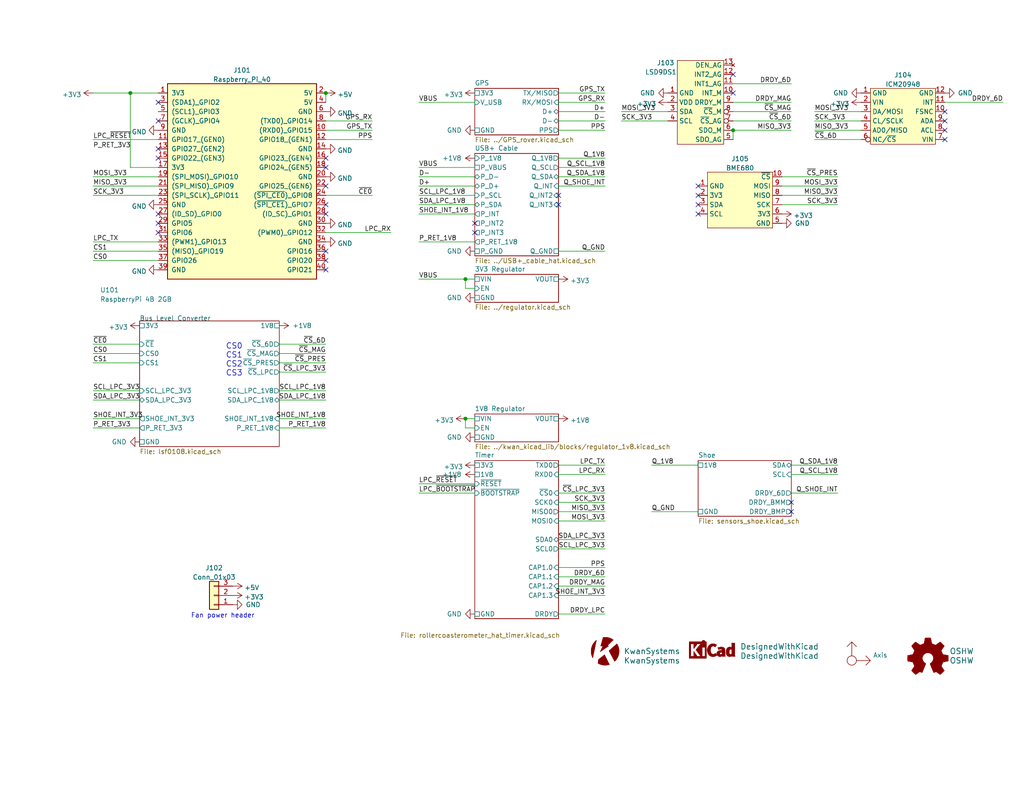
<source format=kicad_sch>
(kicad_sch (version 20211123) (generator eeschema)
  (paper "USLetter")
  (title_block (title "Rollercoasterometer") (date "2022-10-07") (company "Kwan Systems"))
  (lib_symbols
    (symbol "Connector_Generic:Conn_01x03" (pin_names (offset 1.016) hide)
      (property "Reference" "J" (at 0 5.08 0))
      (property "Value" "Conn_01x03" (at 0 -5.08 0))
      (symbol "Conn_01x03_1_1"
        (pin passive line (at -5.08 2.54 0) (length 3.81) (name "Pin_1") (number "1"))
        (pin passive line (at -5.08 0 0) (length 3.81) (name "Pin_2") (number "2"))
        (pin passive line (at -5.08 -2.54 0) (length 3.81) (name "Pin_3") (number "3"))
      )
    )
    (symbol "KwanSystems:Axis" (in_bom no)
      (property "Value" "Axis" (at 0 -2.54 0))
    )
    (symbol "KwanSystems:DesignedWithKicad" (pin_names (offset 1.016)) (in_bom no)
      (property "Value" "DesignedWithKicad" (at 3.81 -2.54 0))
    )
    (symbol "KwanSystems:KwanSystems" (pin_names (offset 1.016)) (in_bom no)
      (property "Value" "KwanSystems" (at 0 -5.08 0))
    )
    (symbol "KwanSystems:OSHW" (pin_names (offset 1.016)) (in_bom no)
      (property "Value" "OSHW" (at 10.16 1.27 0))
    )
    (symbol "KwanSystems:Raspberry_Pi_40" (pin_names (offset 1.016))
      (property "Reference" "J" (at 25.4 -27.94 0))
      (property "Value" "Raspberry_Pi_40" (at -12.7 33.02 0))
      (symbol "Raspberry_Pi_40_1_1"
        (pin power_out line (at -22.86 27.94 0) (length 2.54) (name "3V3") (number "1"))
        (pin bidirectional line (at 22.86 17.78 180) (length 2.54) (name "(RXD0)_GPIO15") (number "10"))
        (pin bidirectional line (at -22.86 15.24 0) (length 2.54) (name "GPIO17_(GEN0)") (number "11"))
        (pin bidirectional line (at 22.86 15.24 180) (length 2.54) (name "GPIO18_(GEN1)") (number "12"))
        (pin bidirectional line (at -22.86 12.7 0) (length 2.54) (name "GPIO27_(GEN2)") (number "13"))
        (pin passive line (at 22.86 12.7 180) (length 2.54) (name "GND") (number "14"))
        (pin bidirectional line (at -22.86 10.16 0) (length 2.54) (name "GPIO22_(GEN3)") (number "15"))
        (pin bidirectional line (at 22.86 10.16 180) (length 2.54) (name "GPIO23_(GEN4)") (number "16"))
        (pin power_out line (at -22.86 7.62 0) (length 2.54) (name "3V3") (number "17"))
        (pin bidirectional line (at 22.86 7.62 180) (length 2.54) (name "GPIO24_(GEN5)") (number "18"))
        (pin bidirectional line (at -22.86 5.08 0) (length 2.54) (name "(SPI_MOSI)_GPIO10") (number "19"))
        (pin passive line (at 22.86 27.94 180) (length 2.54) (name "5V") (number "2"))
        (pin passive line (at 22.86 5.08 180) (length 2.54) (name "GND") (number "20"))
        (pin bidirectional line (at -22.86 2.54 0) (length 2.54) (name "(SPI_MISO)_GPIO9") (number "21"))
        (pin bidirectional line (at 22.86 2.54 180) (length 2.54) (name "GPIO25_(GEN6)") (number "22"))
        (pin bidirectional line (at -22.86 0 0) (length 2.54) (name "(SPI_SCLK)_GPIO11") (number "23"))
        (pin bidirectional line (at 22.86 0 180) (length 2.54) (name "(~{SPI_CE0})_GPIO8") (number "24"))
        (pin passive line (at -22.86 -2.54 0) (length 2.54) (name "GND") (number "25"))
        (pin bidirectional line (at 22.86 -2.54 180) (length 2.54) (name "(~{SPI_CE1})_GPIO7") (number "26"))
        (pin bidirectional line (at -22.86 -5.08 0) (length 2.54) (name "(ID_SD)_GPIO0") (number "27"))
        (pin bidirectional line (at 22.86 -5.08 180) (length 2.54) (name "(ID_SC)_GPIO1") (number "28"))
        (pin bidirectional line (at -22.86 -7.62 0) (length 2.54) (name "GPIO5") (number "29"))
        (pin bidirectional line (at -22.86 25.4 0) (length 2.54) (name "(SDA1)_GPIO2") (number "3"))
        (pin passive line (at 22.86 -7.62 180) (length 2.54) (name "GND") (number "30"))
        (pin bidirectional line (at -22.86 -10.16 0) (length 2.54) (name "GPIO6") (number "31"))
        (pin bidirectional line (at 22.86 -10.16 180) (length 2.54) (name "(PWM0)_GPIO12") (number "32"))
        (pin bidirectional line (at -22.86 -12.7 0) (length 2.54) (name "(PWM1)_GPIO13") (number "33"))
        (pin passive line (at 22.86 -12.7 180) (length 2.54) (name "GND") (number "34"))
        (pin bidirectional line (at -22.86 -15.24 0) (length 2.54) (name "(MISO)_GPIO19") (number "35"))
        (pin bidirectional line (at 22.86 -15.24 180) (length 2.54) (name "GPIO16") (number "36"))
        (pin bidirectional line (at -22.86 -17.78 0) (length 2.54) (name "GPIO26") (number "37"))
        (pin bidirectional line (at 22.86 -17.78 180) (length 2.54) (name "GPIO20") (number "38"))
        (pin passive line (at -22.86 -20.32 0) (length 2.54) (name "GND") (number "39"))
        (pin passive line (at 22.86 25.4 180) (length 2.54) (name "5V") (number "4"))
        (pin bidirectional line (at 22.86 -20.32 180) (length 2.54) (name "GPIO21") (number "40"))
        (pin bidirectional line (at -22.86 22.86 0) (length 2.54) (name "(SCL1)_GPIO3") (number "5"))
        (pin passive line (at 22.86 22.86 180) (length 2.54) (name "GND") (number "6"))
        (pin bidirectional line (at -22.86 20.32 0) (length 2.54) (name "(GCLK)_GPIO4") (number "7"))
        (pin bidirectional line (at 22.86 20.32 180) (length 2.54) (name "(TXD0)_GPIO14") (number "8"))
        (pin passive line (at -22.86 17.78 0) (length 2.54) (name "GND") (number "9"))
      )
    )
    (symbol "KwanSystems:RaspberyPi_2+_Backplane" (pin_names (offset 1.016))
      (property "Reference" "J" (at 0 -2.54 0))
      (property "Value" "RaspberyPi_2+_Backplane" (at 0 0 0))
    )
    (symbol "Sparkfun_Breakout:BME680"
      (property "Reference" "J" (at 3.81 2.54 0))
      (property "Value" "BME680" (at 6.35 -15.24 0))
      (symbol "BME680_1_1"
        (pin power_in line (at 0 -2.54 0) (length 2.54) (name "GND") (number "1"))
        (pin input line (at 22.86 0 180) (length 2.54) (name "~{CS}") (number "10"))
        (pin power_in line (at 0 -5.08 0) (length 2.54) (name "3V3") (number "2"))
        (pin bidirectional line (at 0 -7.62 0) (length 2.54) (name "SDA") (number "3"))
        (pin input line (at 0 -10.16 0) (length 2.54) (name "SCL") (number "4"))
        (pin power_in line (at 22.86 -12.7 180) (length 2.54) (name "GND") (number "5"))
        (pin power_in line (at 22.86 -10.16 180) (length 2.54) (name "3V3") (number "6"))
        (pin input line (at 22.86 -7.62 180) (length 2.54) (name "SCK") (number "7"))
        (pin tri_state line (at 22.86 -5.08 180) (length 2.54) (name "MISO") (number "8"))
        (pin input line (at 22.86 -2.54 180) (length 2.54) (name "MOSI") (number "9"))
      )
    )
    (symbol "Sparkfun_Breakout:ICM20948"
      (property "Reference" "J103" (at -1.27 15.079 0))
      (property "Value" "ICM20948" (at 6.35 12.5421 0))
      (symbol "ICM20948_1_1"
        (pin power_in line (at -10.16 5.08 0) (length 2.54) (name "GND") (number "1"))
        (pin bidirectional line (at 12.7 0 180) (length 2.54) (name "FSNC") (number "10"))
        (pin output line (at 12.7 2.54 180) (length 2.54) (name "INT") (number "11"))
        (pin output line (at 12.7 5.08 180) (length 2.54) (name "GND") (number "12"))
        (pin power_in line (at -10.16 2.54 0) (length 2.54) (name "VIN") (number "2"))
        (pin bidirectional line (at -10.16 0 0) (length 2.54) (name "DA/MOSI") (number "3"))
        (pin input line (at -10.16 -2.54 0) (length 2.54) (name "CL/SCLK") (number "4"))
        (pin input line (at -10.16 -5.08 0) (length 2.54) (name "AD0/MISO") (number "5"))
        (pin input inverted (at -10.16 -7.62 0) (length 2.54) (name "NC/~{CS}") (number "6"))
        (pin power_in line (at 12.7 -7.62 180) (length 2.54) (name "VIN") (number "7"))
        (pin output line (at 12.7 -5.08 180) (length 2.54) (name "ACL") (number "8"))
        (pin bidirectional line (at 12.7 -2.54 180) (length 2.54) (name "ADA") (number "9"))
      )
    )
    (symbol "Sparkfun_Breakout:LSM9DS1"
      (property "Reference" "J103" (at -1.27 15.079 0))
      (property "Value" "LSM9DS1" (at -1.27 12.5421 0))
      (symbol "LSM9DS1_1_1"
        (pin power_in line (at -10.16 2.54 0) (length 2.54) (name "GND") (number "1"))
        (pin output line (at 7.62 2.54 180) (length 2.54) (name "INT_M") (number "10"))
        (pin output line (at 7.62 5.08 180) (length 2.54) (name "INT1_AG") (number "11"))
        (pin output line (at 7.62 7.62 180) (length 2.54) (name "INT2_AG") (number "12"))
        (pin no_connect line (at 7.62 10.16 180) (length 2.54) (name "DEN_AG") (number "13"))
        (pin power_in line (at -10.16 0 0) (length 2.54) (name "VDD") (number "2"))
        (pin bidirectional line (at -10.16 -2.54 0) (length 2.54) (name "SDA") (number "3"))
        (pin input line (at -10.16 -5.08 0) (length 2.54) (name "SCL") (number "4"))
        (pin tri_state line (at 7.62 -10.16 180) (length 2.54) (name "SDO_AG") (number "5"))
        (pin tri_state line (at 7.62 -7.62 180) (length 2.54) (name "SDO_M") (number "6"))
        (pin input inverted (at 7.62 -5.08 180) (length 2.54) (name "~{CS}_AG") (number "7"))
        (pin input inverted (at 7.62 -2.54 180) (length 2.54) (name "~{CS}_M") (number "8"))
        (pin output line (at 7.62 0 180) (length 2.54) (name "DRDY_M") (number "9"))
      )
    )
    (symbol "power:+1V8" (power) (pin_names (offset 0))
      (property "Value" "+1V8" (at 0 3.556 0))
      (symbol "+1V8_1_1"
        (pin power_in line (at 0 0 90) (length 0) hide (name "+1V8") (number "1"))
      )
    )
    (symbol "power:+3V3" (power) (pin_names (offset 0))
      (property "Value" "+3V3" (at 0 3.556 0))
      (symbol "+3V3_1_1"
        (pin power_in line (at 0 0 90) (length 0) hide (name "+3V3") (number "1"))
      )
    )
    (symbol "power:+5V" (power) (pin_names (offset 0))
      (property "Value" "+5V" (at 0 3.556 0))
      (symbol "+5V_1_1"
        (pin power_in line (at 0 0 90) (length 0) hide (name "+5V") (number "1"))
      )
    )
    (symbol "power:GND" (power) (pin_names (offset 0))
      (property "Value" "GND" (at 0 -3.81 0))
      (symbol "GND_1_1"
        (pin power_in line (at 0 0 270) (length 0) hide (name "GND") (number "1"))
      )
    )
  )
  (junction (at 127 76.2))
  (junction (at 127 114.3))
  (junction (at 200.025 35.56))
  (junction (at 35.56 25.4))
  (junction (at 88.9 25.4))
  (no_connect (at 88.9 55.88))
  (no_connect (at 88.9 58.42))
  (no_connect (at 88.9 43.18))
  (no_connect (at 88.9 45.72))
  (no_connect (at 88.9 50.8))
  (no_connect (at 88.9 68.58))
  (no_connect (at 88.9 71.12))
  (no_connect (at 88.9 73.66))
  (no_connect (at 43.18 60.96))
  (no_connect (at 190.5 50.8))
  (no_connect (at 190.5 53.34))
  (no_connect (at 190.5 55.88))
  (no_connect (at 190.5 58.42))
  (no_connect (at 257.81 33.02))
  (no_connect (at 257.81 35.56))
  (no_connect (at 257.81 38.1))
  (no_connect (at 257.81 30.48))
  (no_connect (at 200.025 20.32))
  (no_connect (at 200.025 25.4))
  (no_connect (at 43.18 27.94))
  (no_connect (at 43.18 63.5))
  (no_connect (at 43.18 58.42))
  (no_connect (at 43.18 43.18))
  (no_connect (at 43.18 40.64))
  (no_connect (at 43.18 33.02))
  (no_connect (at 215.9 137.16))
  (no_connect (at 215.9 139.7))
  (no_connect (at 152.4 53.34))
  (no_connect (at 152.4 55.88))
  (no_connect (at 129.54 63.5))
  (no_connect (at 129.54 60.96))
  (wire (pts (xy 76.2 101.6) (xy 88.9 101.6)))
  (wire (pts (xy 35.56 25.4) (xy 43.18 25.4)))
  (wire (pts (xy 215.9 129.54) (xy 228.6 129.54)))
  (wire (pts (xy 222.25 33.02) (xy 234.95 33.02)))
  (wire (pts (xy 152.4 27.94) (xy 165.1 27.94)))
  (wire (pts (xy 25.4 53.34) (xy 43.18 53.34)))
  (wire (pts (xy 152.4 129.54) (xy 165.1 129.54)))
  (wire (pts (xy 114.3 27.94) (xy 129.54 27.94)))
  (wire (pts (xy 114.3 53.34) (xy 129.54 53.34)))
  (wire (pts (xy 88.9 53.34) (xy 101.6 53.34)))
  (wire (pts (xy 88.9 25.4) (xy 88.9 27.94)))
  (wire (pts (xy 152.4 30.48) (xy 165.1 30.48)))
  (wire (pts (xy 43.18 45.72) (xy 35.56 45.72)))
  (wire (pts (xy 177.8 127) (xy 190.5 127)))
  (wire (pts (xy 200.025 35.56) (xy 200.025 38.1)))
  (wire (pts (xy 25.4 116.84) (xy 38.1 116.84)))
  (wire (pts (xy 152.4 33.02) (xy 165.1 33.02)))
  (wire (pts (xy 213.36 55.88) (xy 228.6 55.88)))
  (wire (pts (xy 152.4 25.4) (xy 165.1 25.4)))
  (wire (pts (xy 127 114.3) (xy 129.54 114.3)))
  (wire (pts (xy 25.4 99.06) (xy 38.1 99.06)))
  (wire (pts (xy 177.8 139.7) (xy 190.5 139.7)))
  (wire (pts (xy 25.4 38.1) (xy 43.18 38.1)))
  (wire (pts (xy 222.25 35.56) (xy 234.95 35.56)))
  (wire (pts (xy 152.4 147.32) (xy 165.1 147.32)))
  (wire (pts (xy 88.9 33.02) (xy 101.6 33.02)))
  (wire (pts (xy 200.025 35.56) (xy 215.9 35.56)))
  (wire (pts (xy 76.2 93.98) (xy 88.9 93.98)))
  (wire (pts (xy 152.4 157.48) (xy 165.1 157.48)))
  (wire (pts (xy 213.36 50.8) (xy 228.6 50.8)))
  (wire (pts (xy 127 78.74) (xy 129.54 78.74)))
  (wire (pts (xy 152.4 139.7) (xy 165.1 139.7)))
  (wire (pts (xy 152.4 45.72) (xy 165.1 45.72)))
  (wire (pts (xy 152.4 162.56) (xy 165.1 162.56)))
  (wire (pts (xy 25.4 25.4) (xy 35.56 25.4)))
  (wire (pts (xy 114.3 66.04) (xy 129.54 66.04)))
  (wire (pts (xy 127 76.2) (xy 129.54 76.2)))
  (wire (pts (xy 222.25 30.48) (xy 234.95 30.48)))
  (wire (pts (xy 152.4 154.94) (xy 165.1 154.94)))
  (wire (pts (xy 25.4 93.98) (xy 38.1 93.98)))
  (wire (pts (xy 25.4 71.12) (xy 43.18 71.12)))
  (wire (pts (xy 114.3 45.72) (xy 129.54 45.72)))
  (wire (pts (xy 25.4 66.04) (xy 43.18 66.04)))
  (wire (pts (xy 114.3 50.8) (xy 129.54 50.8)))
  (wire (pts (xy 88.9 35.56) (xy 101.6 35.56)))
  (wire (pts (xy 127 114.3) (xy 127 116.84)))
  (wire (pts (xy 200.025 33.02) (xy 215.9 33.02)))
  (wire (pts (xy 114.3 58.42) (xy 129.54 58.42)))
  (wire (pts (xy 152.4 134.62) (xy 165.1 134.62)))
  (wire (pts (xy 76.2 106.68) (xy 88.9 106.68)))
  (wire (pts (xy 114.3 132.08) (xy 129.54 132.08)))
  (wire (pts (xy 152.4 127) (xy 165.1 127)))
  (wire (pts (xy 152.4 43.18) (xy 165.1 43.18)))
  (wire (pts (xy 25.4 114.3) (xy 38.1 114.3)))
  (wire (pts (xy 152.4 35.56) (xy 165.1 35.56)))
  (wire (pts (xy 152.4 137.16) (xy 165.1 137.16)))
  (wire (pts (xy 114.3 134.62) (xy 129.54 134.62)))
  (wire (pts (xy 25.4 109.22) (xy 38.1 109.22)))
  (wire (pts (xy 25.4 68.58) (xy 43.18 68.58)))
  (wire (pts (xy 215.9 127) (xy 228.6 127)))
  (wire (pts (xy 88.9 63.5) (xy 106.68 63.5)))
  (wire (pts (xy 222.25 38.1) (xy 234.95 38.1)))
  (wire (pts (xy 213.36 53.34) (xy 228.6 53.34)))
  (wire (pts (xy 76.2 99.06) (xy 88.9 99.06)))
  (wire (pts (xy 114.3 76.2) (xy 127 76.2)))
  (wire (pts (xy 76.2 109.22) (xy 88.9 109.22)))
  (wire (pts (xy 169.545 30.48) (xy 182.245 30.48)))
  (wire (pts (xy 25.4 50.8) (xy 43.18 50.8)))
  (wire (pts (xy 114.3 48.26) (xy 129.54 48.26)))
  (wire (pts (xy 152.4 142.24) (xy 165.1 142.24)))
  (wire (pts (xy 152.4 68.58) (xy 165.1 68.58)))
  (wire (pts (xy 76.2 116.84) (xy 88.9 116.84)))
  (wire (pts (xy 127 76.2) (xy 127 78.74)))
  (wire (pts (xy 200.025 22.86) (xy 215.9 22.86)))
  (wire (pts (xy 25.4 96.52) (xy 38.1 96.52)))
  (wire (pts (xy 25.4 48.26) (xy 43.18 48.26)))
  (wire (pts (xy 152.4 50.8) (xy 165.1 50.8)))
  (wire (pts (xy 76.2 96.52) (xy 88.9 96.52)))
  (wire (pts (xy 127 116.84) (xy 129.54 116.84)))
  (wire (pts (xy 152.4 160.02) (xy 165.1 160.02)))
  (wire (pts (xy 215.9 134.62) (xy 228.6 134.62)))
  (wire (pts (xy 152.4 167.64) (xy 165.1 167.64)))
  (wire (pts (xy 200.025 30.48) (xy 215.9 30.48)))
  (wire (pts (xy 114.3 55.88) (xy 129.54 55.88)))
  (wire (pts (xy 152.4 149.86) (xy 165.1 149.86)))
  (wire (pts (xy 152.4 48.26) (xy 165.1 48.26)))
  (wire (pts (xy 76.2 114.3) (xy 88.9 114.3)))
  (wire (pts (xy 257.81 27.94) (xy 273.685 27.94)))
  (wire (pts (xy 200.025 27.94) (xy 215.9 27.94)))
  (wire (pts (xy 35.56 25.4) (xy 35.56 45.72)))
  (wire (pts (xy 25.4 106.68) (xy 38.1 106.68)))
  (wire (pts (xy 88.9 38.1) (xy 101.6 38.1)))
  (wire (pts (xy 169.545 33.02) (xy 182.245 33.02)))
  (wire (pts (xy 213.36 48.26) (xy 228.6 48.26)))
  (text "Fan power header" (at 52.07 168.91 0) (effects (font (size 1.27 1.27)) (justify left bottom)))
  (text "CS0\nCS1\nCS2\nCS3" (at 61.595 102.87 0) (effects (font (size 1.524 1.524)) (justify left bottom)))
  (label "DRDY_6D" (at 273.685 27.94 180))
  (label "SCL_LPC_1V8" (at 114.3 53.34 0))
  (label "VBUS" (at 114.3 27.94 0))
  (label "Q_1V8" (at 177.8 127 0))
  (label "SCL_LPC_1V8" (at 88.9 106.68 180))
  (label "LPC_~{BOOTSTRAP}" (at 114.3 134.62 0))
  (label "Q_GND" (at 177.8 139.7 0))
  (label "GPS_TX" (at 101.6 35.56 180))
  (label "CS1" (at 25.4 99.06 0))
  (label "MOSI_3V3" (at 25.4 48.26 0))
  (label "SDA_LPC_1V8" (at 114.3 55.88 0))
  (label "DRDY_LPC" (at 165.1 167.64 180))
  (label "~{CS}_PRES" (at 228.6 48.26 180))
  (label "P_RET_3V3" (at 25.4 40.64 0))
  (label "P_RET_1V8" (at 88.9 116.84 180))
  (label "Q_SHOE_INT" (at 228.6 134.62 180))
  (label "~{CS}_MAG" (at 215.9 30.48 180))
  (label "Q_SDA_1V8" (at 165.1 48.26 180))
  (label "LPC_~{RESET}" (at 25.4 38.1 0))
  (label "MISO_3V3" (at 222.25 35.56 0))
  (label "D+" (at 165.1 30.48 180))
  (label "~{CS}_6D" (at 215.9 33.02 180))
  (label "DRDY_6D" (at 215.9 22.86 180))
  (label "MISO_3V3" (at 215.9 35.56 180))
  (label "Q_SHOE_INT" (at 165.1 50.8 180))
  (label "PPS" (at 165.1 154.94 180))
  (label "SCK_3V3" (at 169.545 33.02 0))
  (label "Q_SDA_1V8" (at 228.6 127 180))
  (label "VBUS" (at 114.3 76.2 0))
  (label "~{CS}_LPC_3V3" (at 165.1 134.62 180))
  (label "DRDY_MAG" (at 165.1 160.02 180))
  (label "VBUS" (at 114.3 45.72 0))
  (label "LPC_RX" (at 165.1 129.54 180))
  (label "SCK_3V3" (at 165.1 137.16 180))
  (label "Q_GND" (at 165.1 68.58 180))
  (label "~{CS}_6D" (at 88.9 93.98 180))
  (label "SCK_3V3" (at 228.6 55.88 180))
  (label "D-" (at 114.3 48.26 0))
  (label "P_RET_1V8" (at 114.3 66.04 0))
  (label "CS1" (at 25.4 68.58 0))
  (label "MOSI_3V3" (at 165.1 142.24 180))
  (label "SHOE_INT_1V8" (at 114.3 58.42 0))
  (label "PPS" (at 165.1 35.56 180))
  (label "D-" (at 165.1 33.02 180))
  (label "CS0" (at 25.4 96.52 0))
  (label "D+" (at 114.3 50.8 0))
  (label "LPC_~{RESET}" (at 114.3 132.08 0))
  (label "P_RET_3V3" (at 25.4 116.84 0))
  (label "SHOE_INT_3V3" (at 165.1 162.56 180))
  (label "MOSI_3V3" (at 222.25 30.48 0))
  (label "PPS" (at 101.6 38.1 180))
  (label "MISO_3V3" (at 165.1 139.7 180))
  (label "GPS_TX" (at 165.1 25.4 180))
  (label "DRDY_6D" (at 165.1 157.48 180))
  (label "SHOE_INT_1V8" (at 88.9 114.3 180))
  (label "SDA_LPC_3V3" (at 165.1 147.32 180))
  (label "SCL_LPC_3V3" (at 165.1 149.86 180))
  (label "MOSI_3V3" (at 228.6 50.8 180))
  (label "LPC_TX" (at 25.4 66.04 0))
  (label "~{CS}_PRES" (at 88.9 99.06 180))
  (label "GPS_RX" (at 101.6 33.02 180))
  (label "MISO_3V3" (at 228.6 53.34 180))
  (label "SDA_LPC_1V8" (at 88.9 109.22 180))
  (label "SDA_LPC_3V3" (at 25.4 109.22 0))
  (label "MISO_3V3" (at 25.4 50.8 0))
  (label "~{CE0}" (at 25.4 93.98 0))
  (label "Q_SCL_1V8" (at 165.1 45.72 180))
  (label "~{CE0}" (at 101.6 53.34 180))
  (label "Q_1V8" (at 165.1 43.18 180))
  (label "CS0" (at 25.4 71.12 0))
  (label "SCL_LPC_3V3" (at 25.4 106.68 0))
  (label "~{CS}_LPC_3V3" (at 88.9 101.6 180))
  (label "LPC_TX" (at 165.1 127 180))
  (label "SCK_3V3" (at 222.25 33.02 0))
  (label "~{CS}_MAG" (at 88.9 96.52 180))
  (label "~{CS}_6D" (at 222.25 38.1 0))
  (label "GPS_RX" (at 165.1 27.94 180))
  (label "SHOE_INT_3V3" (at 25.4 114.3 0))
  (label "Q_SCL_1V8" (at 228.6 129.54 180))
  (label "LPC_RX" (at 106.68 63.5 180))
  (label "SCK_3V3" (at 25.4 53.34 0))
  (label "MOSI_3V3" (at 169.545 30.48 0))
  (label "DRDY_MAG" (at 215.9 27.94 180))
  (symbol (lib_id "power:GND") (at 88.9 66.04 90) (unit 1)
    (property "Reference" "#PWR0106" (effects hide))
    (property "Value" "GND" (at 92.075 66.4738 90) (effects (justify right)))
  )
  (symbol (lib_id "KwanSystems:DesignedWithKicad") (at 194.31 179.07 0) (unit 1) (in_bom no)
    (property "Reference" "G103" (effects hide))
    (property "Value" "DesignedWithKicad" (at 201.93 179.07 0) (effects (font (size 1.524 1.524)) (justify left)))
    (property "Footprint" "KwanSystems:Symbol_KiCAD-Logo_CopperAndSilkScreenTop_small" (effects hide))
  )
  (symbol (lib_id "power:+3V3") (at 129.54 25.4 90) (unit 1)
    (property "Reference" "#PWR0101" (effects hide))
    (property "Value" "+3V3" (at 126.365 25.8338 90) (effects (justify left)))
  )
  (symbol (lib_id "power:GND") (at 88.9 60.96 90) (unit 1)
    (property "Reference" "#PWR0107" (effects hide))
    (property "Value" "GND" (at 92.075 61.3938 90) (effects (justify right)))
  )
  (symbol (lib_id "power:GND") (at 257.81 25.4 90) (unit 1)
    (property "Reference" "#PWR0138" (effects hide))
    (property "Value" "GND" (at 265.43 25.4 90) (effects (justify left)))
  )
  (symbol (lib_id "KwanSystems:Axis") (at 232.41 180.34 0) (unit 1) (in_bom no)
    (property "Reference" "G101" (effects hide))
    (property "Value" "Axis" (at 238.2012 178.8688 0) (effects (justify left)))
    (property "Footprint" "KwanSystems:Axis" (effects hide))
  )
  (symbol (lib_id "power:GND") (at 213.36 60.96 90) (unit 1)
    (property "Reference" "#PWR0132" (effects hide))
    (property "Value" "GND" (at 220.98 60.96 90) (effects (justify left)))
  )
  (symbol (lib_id "power:+3V3") (at 127 114.3 90) (unit 1)
    (property "Reference" "#PWR0135" (effects hide))
    (property "Value" "+3V3" (at 123.825 114.7338 90) (effects (justify left)))
  )
  (symbol (lib_id "power:GND") (at 88.9 48.26 90) (unit 1)
    (property "Reference" "#PWR0108" (effects hide))
    (property "Value" "GND" (at 92.075 48.6938 90) (effects (justify right)))
  )
  (symbol (lib_id "power:GND") (at 129.54 81.28 270) (unit 1)
    (property "Reference" "#PWR0119" (effects hide))
    (property "Value" "GND" (at 121.92 81.28 90) (effects (justify left)))
  )
  (symbol (lib_id "power:+3V3") (at 182.245 27.94 90) (unit 1)
    (property "Reference" "#PWR0117" (effects hide))
    (property "Value" "+3V3" (at 179.07 28.3738 90) (effects (justify left)))
  )
  (symbol (lib_id "power:+1V8") (at 152.4 114.3 270) (unit 1)
    (property "Reference" "#PWR0133" (effects hide))
    (property "Value" "+1V8" (at 155.575 114.7338 90) (effects (justify left)))
  )
  (symbol (lib_id "power:+3V3") (at 129.54 127 90) (unit 1)
    (property "Reference" "#PWR0112" (effects hide))
    (property "Value" "+3V3" (at 126.365 127.4338 90) (effects (justify left)))
  )
  (symbol (lib_id "KwanSystems:KwanSystems") (at 165.1 177.8 0) (unit 1) (in_bom no)
    (property "Reference" "G105" (effects hide))
    (property "Value" "KwanSystems" (at 170.18 177.8 0) (effects (font (size 1.524 1.524)) (justify left)))
    (property "Footprint" "KwanSystems:StKwansSoldermask" (effects hide))
  )
  (symbol (lib_id "power:GND") (at 129.54 167.64 270) (unit 1)
    (property "Reference" "#PWR0118" (effects hide))
    (property "Value" "GND" (at 121.92 167.64 90) (effects (justify left)))
  )
  (symbol (lib_id "Sparkfun_Breakout:ICM20948") (at 245.11 30.48 0) (unit 1)
    (property "Reference" "J104" (at 246.38 20.481 0))
    (property "Value" "ICM20948" (at 246.38 23.0179 0))
    (property "Footprint" "SparkfunBreakout:ICM20948" (effects hide))
    (property "Datasheet" "https://learn.sparkfun.com/tutorials/lsm9ds1-breakout-hookup-guide" (effects hide))
    (property "Sparkfun" "SEN-13284" (effects hide))
  )
  (symbol (lib_id "power:GND") (at 43.18 73.66 270) (unit 1)
    (property "Reference" "#PWR0105" (effects hide))
    (property "Value" "GND" (at 40.0051 74.0938 90) (effects (justify right)))
  )
  (symbol (lib_id "Sparkfun_Breakout:BME680") (at 190.5 48.26 0) (unit 1)
    (property "Reference" "J105" (at 201.93 43.341 0))
    (property "Value" "BME680" (at 201.93 45.8779 0))
    (property "Footprint" "SparkfunBreakout:BME680" (effects hide))
    (property "Datasheet" "https://learn.sparkfun.com/tutorials/sparkfun-environmental-sensor-breakout---bme68x-qwiic-hookup-guide" (effects hide))
  )
  (symbol (lib_id "power:GND") (at 63.5 165.1 90) (unit 1)
    (property "Reference" "#PWR0126" (effects hide))
    (property "Value" "GND" (at 71.12 165.1 90) (effects (justify left)))
  )
  (symbol (lib_id "power:+3V3") (at 213.36 58.42 270) (unit 1)
    (property "Reference" "#PWR0137" (effects hide))
    (property "Value" "+3V3" (at 216.535 58.8538 90) (effects (justify left)))
  )
  (symbol (lib_id "power:GND") (at 129.54 35.56 270) (unit 1)
    (property "Reference" "#PWR0113" (effects hide))
    (property "Value" "GND" (at 121.92 35.56 90) (effects (justify left)))
  )
  (symbol (lib_id "power:+3V3") (at 38.1 88.9 90) (unit 1)
    (property "Reference" "#PWR0131" (effects hide))
    (property "Value" "+3V3" (at 34.925 89.3338 90) (effects (justify left)))
  )
  (symbol (lib_id "power:+3V3") (at 63.5 162.56 270) (unit 1)
    (property "Reference" "#PWR0127" (effects hide))
    (property "Value" "+3V3" (at 66.675 162.9938 90) (effects (justify left)))
  )
  (symbol (lib_id "KwanSystems:DesignedWithKicad") (at 194.31 179.07 0) (unit 1) (in_bom no)
    (property "Reference" "G107" (effects hide))
    (property "Value" "DesignedWithKicad" (at 201.93 176.53 0) (effects (font (size 1.524 1.524)) (justify left)))
    (property "Footprint" "KwanSystems:Symbol_KiCAD-Logo_CopperAndSilkScreenTop_small" (effects hide))
  )
  (symbol (lib_id "power:GND") (at 38.1 120.65 270) (unit 1)
    (property "Reference" "#PWR0125" (effects hide))
    (property "Value" "GND" (at 30.48 120.65 90) (effects (justify left)))
  )
  (symbol (lib_id "power:GND") (at 129.54 119.38 270) (unit 1)
    (property "Reference" "#PWR0136" (effects hide))
    (property "Value" "GND" (at 121.92 119.38 90) (effects (justify left)))
  )
  (symbol (lib_id "power:+1V8") (at 129.54 43.18 90) (unit 1)
    (property "Reference" "#PWR0134" (effects hide))
    (property "Value" "+1V8" (at 120.65 43.18 90) (effects (justify right)))
  )
  (symbol (lib_id "power:GND") (at 234.95 25.4 270) (unit 1)
    (property "Reference" "#PWR0130" (effects hide))
    (property "Value" "GND" (at 227.33 25.4 90) (effects (justify left)))
  )
  (symbol (lib_id "KwanSystems:Raspberry_Pi_40") (at 66.04 53.34 0) (unit 1)
    (property "Reference" "J101" (at 66.04 19.1602 0))
    (property "Value" "Raspberry_Pi_40" (at 66.04 21.6971 0))
    (property "Footprint" "KwanSystems:PiHAT" (effects hide))
    (property "Digikey" "SSW-120-01-G-D-LL-ND" (effects hide))
  )
  (symbol (lib_id "power:+3V3") (at 152.4 76.2 270) (unit 1)
    (property "Reference" "#PWR0120" (effects hide))
    (property "Value" "+3V3" (at 155.575 76.6338 90) (effects (justify left)))
  )
  (symbol (lib_id "KwanSystems:OSHW") (at 252.73 180.34 0) (unit 1) (in_bom no)
    (property "Reference" "G106" (effects hide))
    (property "Value" "OSHW" (at 259.08 177.8 0) (effects (font (size 1.524 1.524)) (justify left)))
    (property "Footprint" "KwanSystems:OSHW-Symbol_6.7x6mm_SolderMask" (effects hide))
  )
  (symbol (lib_id "power:+3V3") (at 234.95 27.94 90) (unit 1)
    (property "Reference" "#PWR0129" (effects hide))
    (property "Value" "+3V3" (at 231.775 28.3738 90) (effects (justify left)))
  )
  (symbol (lib_id "KwanSystems:RaspberyPi_2+_Backplane") (at 26.67 80.01 0) (unit 1) (on_board no)
    (property "Reference" "U101" (at 27.305 79.1753 0) (effects (justify left)))
    (property "Value" "RaspberryPi 4B 2GB" (at 27.305 81.7122 0) (effects (justify left)))
    (property "Footprint" "KwanSystems:RaspberryPi_2+" (effects hide))
    (property "Digikey" "2648-RASPBERRYPI4B/2GB-ND" (effects hide))
    (property "Purpose" "Raspberry Pi" (effects hide))
  )
  (symbol (lib_id "power:GND") (at 88.9 40.64 90) (unit 1)
    (property "Reference" "#PWR0109" (effects hide))
    (property "Value" "GND" (at 92.075 41.0738 90) (effects (justify right)))
  )
  (symbol (lib_id "power:+5V") (at 88.9 25.4 270) (unit 1)
    (property "Reference" "#PWR0111" (effects hide))
    (property "Value" "+5V" (at 92.075 25.8338 90) (effects (justify left)))
  )
  (symbol (lib_id "Connector_Generic:Conn_01x03") (at 58.42 162.56 180) (unit 1) (in_bom no)
    (property "Reference" "J102" (at 58.42 155.0502 0))
    (property "Value" "Conn_01x03" (at 58.42 157.5871 0))
    (property "Footprint" "Connector_PinHeader_2.54mm:PinHeader_1x03_P2.54mm_Horizontal" (effects hide))
    (property "Digikey" "2057-PH1RB-03-UA-ND" (effects hide))
  )
  (symbol (lib_id "power:GND") (at 43.18 35.56 270) (unit 1)
    (property "Reference" "#PWR0103" (effects hide))
    (property "Value" "GND" (at 40.0051 35.9938 90) (effects (justify right)))
  )
  (symbol (lib_id "power:+3V3") (at 25.4 25.4 90) (unit 1)
    (property "Reference" "#PWR0102" (effects hide))
    (property "Value" "+3V3" (at 22.225 25.8338 90) (effects (justify left)))
  )
  (symbol (lib_id "power:+5V") (at 63.5 160.02 270) (unit 1)
    (property "Reference" "#PWR0115" (effects hide))
    (property "Value" "+5V" (at 66.675 160.4538 90) (effects (justify left)))
  )
  (symbol (lib_id "power:GND") (at 43.18 55.88 270) (unit 1)
    (property "Reference" "#PWR0104" (effects hide))
    (property "Value" "GND" (at 40.0051 56.3138 90) (effects (justify right)))
  )
  (symbol (lib_id "KwanSystems:KwanSystems") (at 165.1 177.8 0) (unit 1) (in_bom no)
    (property "Reference" "G102" (effects hide))
    (property "Value" "KwanSystems" (at 170.18 180.34 0) (effects (font (size 1.524 1.524)) (justify left)))
    (property "Footprint" "KwanSystems:StKwansSoldermask" (effects hide))
  )
  (symbol (lib_id "power:GND") (at 182.245 25.4 270) (unit 1)
    (property "Reference" "#PWR0116" (effects hide))
    (property "Value" "GND" (at 174.625 25.4 90) (effects (justify left)))
  )
  (symbol (lib_id "power:GND") (at 88.9 30.48 90) (unit 1)
    (property "Reference" "#PWR0110" (effects hide))
    (property "Value" "GND" (at 92.075 30.9138 90) (effects (justify right)))
  )
  (symbol (lib_id "KwanSystems:OSHW") (at 252.73 180.34 0) (unit 1) (in_bom no)
    (property "Reference" "G104" (effects hide))
    (property "Value" "OSHW" (at 259.08 180.34 0) (effects (font (size 1.524 1.524)) (justify left)))
    (property "Footprint" "KwanSystems:OSHW-Symbol_6.7x6mm_SolderMask" (effects hide))
  )
  (symbol (lib_id "power:+1V8") (at 76.2 88.9 270) (unit 1)
    (property "Reference" "#PWR0124" (effects hide))
    (property "Value" "+1V8" (at 85.09 88.9 90) (effects (justify right)))
  )
  (symbol (lib_id "power:+1V8") (at 129.54 129.54 90) (unit 1)
    (property "Reference" "#PWR0128" (effects hide))
    (property "Value" "+1V8" (at 120.65 129.54 90) (effects (justify right)))
  )
  (symbol (lib_id "power:GND") (at 129.54 68.58 270) (unit 1)
    (property "Reference" "#PWR0114" (effects hide))
    (property "Value" "GND" (at 121.92 68.58 90) (effects (justify left)))
  )
  (symbol (lib_id "Sparkfun_Breakout:LSM9DS1") (at 192.405 27.94 0) (unit 1)
    (property "Reference" "J103" (at 181.61 17.145 0))
    (property "Value" "LSD9DS1" (at 180.34 19.685 0))
    (property "Footprint" "SparkfunBreakout:LSM9DS1" (effects hide))
    (property "Datasheet" "https://learn.sparkfun.com/tutorials/lsm9ds1-breakout-hookup-guide" (effects hide))
    (property "Sparkfun" "SEN-13284" (effects hide))
  )
  (sheet (at 129.54 125.73) (size 22.86 43.18) (stroke (width 0.1524))
    (property "Sheet name" "Timer" (at 129.54 125.0184 0) (effects (justify left bottom)))
    (property "Sheet file" "rollercoasterometer_hat_timer.kicad_sch" (at 109.22 172.72 0) (effects (justify left top)))
    (pin "3V3" passive (at 129.54 127 180))
    (pin "GND" passive (at 129.54 167.64 180))
    (pin "~{RESET}" input (at 129.54 132.08 180))
    (pin "SCL0" output (at 152.4 149.86 0))
    (pin "RXD0" input (at 152.4 129.54 0))
    (pin "SDA0" bidirectional (at 152.4 147.32 0))
    (pin "TXD0" output (at 152.4 127 0))
    (pin "SCK0" input (at 152.4 137.16 0))
    (pin "MISO0" output (at 152.4 139.7 0))
    (pin "MOSI0" input (at 152.4 142.24 0))
    (pin "~{CS}0" input (at 152.4 134.62 0))
    (pin "CAP1.2" input (at 152.4 160.02 0))
    (pin "CAP1.3" input (at 152.4 162.56 0))
    (pin "CAP1.1" input (at 152.4 157.48 0))
    (pin "1V8" passive (at 129.54 129.54 180))
    (pin "~{BOOTSTRAP}" input (at 129.54 134.62 180))
    (pin "CAP1.0" input (at 152.4 154.94 0))
    (pin "DRDY" output (at 152.4 167.64 0))
  )
  (sheet (at 129.54 41.91) (size 22.86 27.94) (stroke (width 0.1524))
    (property "Sheet name" "USB+ Cable" (at 129.54 41.1984 0) (effects (justify left bottom)))
    (property "Sheet file" "../USB+_cable_hat.kicad_sch" (at 129.54 70.4346 0) (effects (justify left top)))
    (pin "Q_SCL" output (at 152.4 45.72 0))
    (pin "Q_SDA" bidirectional (at 152.4 48.26 0))
    (pin "Q_GND" passive (at 152.4 68.58 0))
    (pin "P_INT" output (at 129.54 58.42 180))
    (pin "P_GND" passive (at 129.54 68.58 180))
    (pin "P_SDA" bidirectional (at 129.54 55.88 180))
    (pin "P_SCL" input (at 129.54 53.34 180))
    (pin "P_D+" bidirectional (at 129.54 50.8 180))
    (pin "P_D-" bidirectional (at 129.54 48.26 180))
    (pin "P_VBUS" passive (at 129.54 45.72 180))
    (pin "Q_1V8" output (at 152.4 43.18 0))
    (pin "P_1V8" input (at 129.54 43.18 180))
    (pin "Q_INT" input (at 152.4 50.8 0))
    (pin "Q_INT3" input (at 152.4 55.88 0))
    (pin "Q_INT2" input (at 152.4 53.34 0))
    (pin "P_INT2" output (at 129.54 60.96 180))
    (pin "P_INT3" output (at 129.54 63.5 180))
    (pin "P_RET_1V8" output (at 129.54 66.04 180))
  )
  (sheet (at 129.54 24.13) (size 22.86 12.7) (stroke (width 0.1524))
    (property "Sheet name" "GPS" (at 129.54 23.4184 0) (effects (justify left bottom)))
    (property "Sheet file" "../GPS_rover.kicad_sch" (at 129.54 37.4146 0) (effects (justify left top)))
    (pin "PPS" output (at 152.4 35.56 0))
    (pin "TX{slash}MISO" output (at 152.4 25.4 0))
    (pin "RX{slash}MOSI" input (at 152.4 27.94 0))
    (pin "GND" passive (at 129.54 35.56 180))
    (pin "3V3" passive (at 129.54 25.4 180))
    (pin "D+" bidirectional (at 152.4 30.48 0))
    (pin "D-" bidirectional (at 152.4 33.02 0))
    (pin "V_USB" input (at 129.54 27.94 180))
  )
  (sheet (at 129.54 113.03) (size 22.86 7.62) (stroke (width 0.1524))
    (property "Sheet name" "1V8 Regulator" (at 129.54 112.3184 0) (effects (justify left bottom)))
    (property "Sheet file" "../kwan_kicad_lib/blocks/regulator_1v8.kicad_sch" (at 129.54 121.2346 0) (effects (justify left top)))
    (pin "VOUT" passive (at 152.4 114.3 0))
    (pin "GND" passive (at 129.54 119.38 180))
    (pin "VIN" passive (at 129.54 114.3 180))
    (pin "EN" input (at 129.54 116.84 180))
  )
  (sheet (at 190.5 125.73) (size 25.4 15.24) (stroke (width 0.1524))
    (property "Sheet name" "Shoe" (at 190.5 125.0184 0) (effects (justify left bottom)))
    (property "Sheet file" "sensors_shoe.kicad_sch" (at 190.5 141.5546 0) (effects (justify left top)))
    (pin "GND" passive (at 190.5 139.7 180))
    (pin "1V8" passive (at 190.5 127 180))
    (pin "SDA" bidirectional (at 215.9 127 0))
    (pin "SCL" input (at 215.9 129.54 0))
    (pin "DRDY_6D" output (at 215.9 134.62 0))
    (pin "DRDY_BMM" output (at 215.9 137.16 0))
    (pin "DRDY_BMP" output (at 215.9 139.7 0))
  )
  (sheet (at 129.54 74.93) (size 22.86 7.62) (stroke (width 0.1524))
    (property "Sheet name" "3V3 Regulator" (at 129.54 74.2184 0) (effects (justify left bottom)))
    (property "Sheet file" "../regulator.kicad_sch" (at 129.54 83.1346 0) (effects (justify left top)))
    (pin "GND" passive (at 129.54 81.28 180))
    (pin "VIN" passive (at 129.54 76.2 180))
    (pin "EN" input (at 129.54 78.74 180))
    (pin "VOUT" passive (at 152.4 76.2 0))
  )
  (sheet (at 38.1 87.63) (size 38.1 34.29) (stroke (width 0.1524))
    (property "Sheet name" "Bus Level Converter" (at 38.1 87.63 0) (effects (justify left bottom)))
    (property "Sheet file" "lsf0108.kicad_sch" (at 38.1 122.555 0) (effects (justify left top)))
    (pin "SDA_LPC_1V8" bidirectional (at 76.2 109.22 0))
    (pin "P_RET_1V8" input (at 76.2 116.84 0))
    (pin "SHOE_INT_1V8" input (at 76.2 114.3 0))
    (pin "SCL_LPC_1V8" output (at 76.2 106.68 0))
    (pin "3V3" passive (at 38.1 88.9 180))
    (pin "1V8" passive (at 76.2 88.9 0))
    (pin "SHOE_INT_3V3" output (at 38.1 114.3 180))
    (pin "P_RET_3V3" output (at 38.1 116.84 180))
    (pin "SCL_LPC_3V3" input (at 38.1 106.68 180))
    (pin "SDA_LPC_3V3" bidirectional (at 38.1 109.22 180))
    (pin "CS0" input (at 38.1 96.52 180))
    (pin "CS1" input (at 38.1 99.06 180))
    (pin "~{CE}" input (at 38.1 93.98 180))
    (pin "GND" passive (at 38.1 120.65 180))
    (pin "~{CS}_MAG" output (at 76.2 96.52 0))
    (pin "~{CS}_6D" output (at 76.2 93.98 0))
    (pin "~{CS}_LPC" output (at 76.2 101.6 0))
    (pin "~{CS}_PRES" output (at 76.2 99.06 0))
  )
)
</source>
